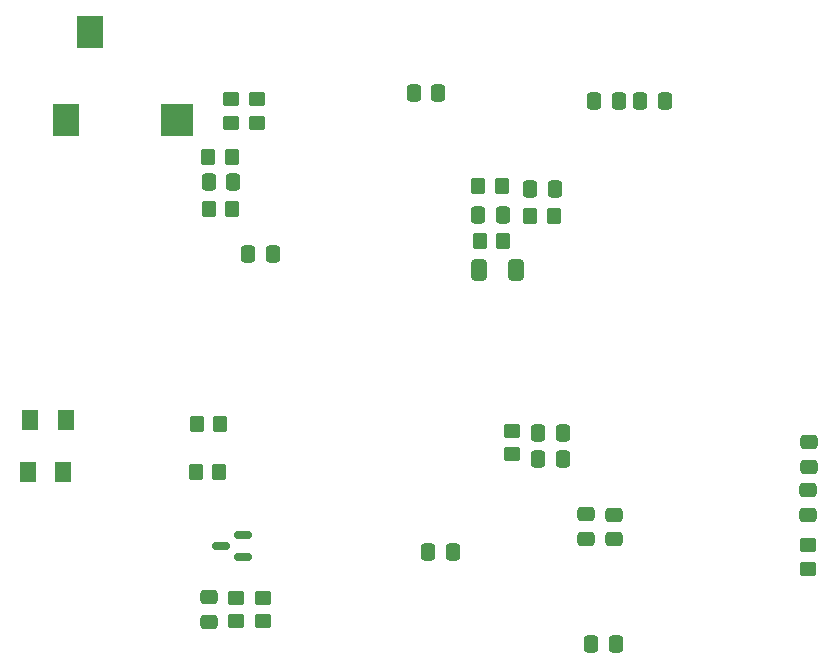
<source format=gbr>
%TF.GenerationSoftware,KiCad,Pcbnew,7.0.11-7.0.11~ubuntu22.04.1*%
%TF.CreationDate,2024-09-03T10:01:49-07:00*%
%TF.ProjectId,audio_pwr_amp_r3,61756469-6f5f-4707-9772-5f616d705f72,rev?*%
%TF.SameCoordinates,Original*%
%TF.FileFunction,Paste,Top*%
%TF.FilePolarity,Positive*%
%FSLAX46Y46*%
G04 Gerber Fmt 4.6, Leading zero omitted, Abs format (unit mm)*
G04 Created by KiCad (PCBNEW 7.0.11-7.0.11~ubuntu22.04.1) date 2024-09-03 10:01:49*
%MOMM*%
%LPD*%
G01*
G04 APERTURE LIST*
G04 Aperture macros list*
%AMRoundRect*
0 Rectangle with rounded corners*
0 $1 Rounding radius*
0 $2 $3 $4 $5 $6 $7 $8 $9 X,Y pos of 4 corners*
0 Add a 4 corners polygon primitive as box body*
4,1,4,$2,$3,$4,$5,$6,$7,$8,$9,$2,$3,0*
0 Add four circle primitives for the rounded corners*
1,1,$1+$1,$2,$3*
1,1,$1+$1,$4,$5*
1,1,$1+$1,$6,$7*
1,1,$1+$1,$8,$9*
0 Add four rect primitives between the rounded corners*
20,1,$1+$1,$2,$3,$4,$5,0*
20,1,$1+$1,$4,$5,$6,$7,0*
20,1,$1+$1,$6,$7,$8,$9,0*
20,1,$1+$1,$8,$9,$2,$3,0*%
G04 Aperture macros list end*
%ADD10RoundRect,0.250000X0.475000X-0.337500X0.475000X0.337500X-0.475000X0.337500X-0.475000X-0.337500X0*%
%ADD11RoundRect,0.250001X0.462499X0.624999X-0.462499X0.624999X-0.462499X-0.624999X0.462499X-0.624999X0*%
%ADD12RoundRect,0.250000X-0.450000X0.350000X-0.450000X-0.350000X0.450000X-0.350000X0.450000X0.350000X0*%
%ADD13RoundRect,0.150000X0.587500X0.150000X-0.587500X0.150000X-0.587500X-0.150000X0.587500X-0.150000X0*%
%ADD14R,2.200000X2.800000*%
%ADD15R,2.800000X2.800000*%
%ADD16RoundRect,0.250000X-0.337500X-0.475000X0.337500X-0.475000X0.337500X0.475000X-0.337500X0.475000X0*%
%ADD17RoundRect,0.250000X0.337500X0.475000X-0.337500X0.475000X-0.337500X-0.475000X0.337500X-0.475000X0*%
%ADD18RoundRect,0.250000X-0.350000X-0.450000X0.350000X-0.450000X0.350000X0.450000X-0.350000X0.450000X0*%
%ADD19RoundRect,0.250000X0.412500X0.650000X-0.412500X0.650000X-0.412500X-0.650000X0.412500X-0.650000X0*%
%ADD20RoundRect,0.250000X0.350000X0.450000X-0.350000X0.450000X-0.350000X-0.450000X0.350000X-0.450000X0*%
%ADD21RoundRect,0.250000X0.450000X-0.350000X0.450000X0.350000X-0.450000X0.350000X-0.450000X-0.350000X0*%
%ADD22RoundRect,0.250000X-0.475000X0.337500X-0.475000X-0.337500X0.475000X-0.337500X0.475000X0.337500X0*%
%ADD23RoundRect,0.250001X-0.462499X-0.624999X0.462499X-0.624999X0.462499X0.624999X-0.462499X0.624999X0*%
G04 APERTURE END LIST*
D10*
%TO.C,C16*%
X113642124Y-124682700D03*
X113642124Y-122607700D03*
%TD*%
D11*
%TO.C,D1*%
X50535800Y-125142800D03*
X47560800Y-125142800D03*
%TD*%
D12*
%TO.C,R10*%
X65170600Y-135768200D03*
X65170600Y-137768200D03*
%TD*%
D13*
%TO.C,Q1*%
X65775600Y-132308000D03*
X65775600Y-130408000D03*
X63900600Y-131358000D03*
%TD*%
D12*
%TO.C,R5*%
X66913600Y-93523200D03*
X66913600Y-95523200D03*
%TD*%
D14*
%TO.C,J1*%
X52756000Y-87892400D03*
X50756000Y-95292400D03*
D15*
X60156000Y-95292400D03*
%TD*%
D16*
%TO.C,C9*%
X90048700Y-101124300D03*
X92123700Y-101124300D03*
%TD*%
D17*
%TO.C,C3*%
X68251100Y-106623200D03*
X66176100Y-106623200D03*
%TD*%
%TO.C,C4*%
X64893100Y-100558600D03*
X62818100Y-100558600D03*
%TD*%
D18*
%TO.C,R11*%
X61813600Y-121023200D03*
X63813600Y-121023200D03*
%TD*%
D19*
%TO.C,C8*%
X88850700Y-108050700D03*
X85725700Y-108050700D03*
%TD*%
D16*
%TO.C,C22*%
X95476100Y-93723200D03*
X97551100Y-93723200D03*
%TD*%
D20*
%TO.C,R8*%
X87788200Y-105550700D03*
X85788200Y-105550700D03*
%TD*%
D21*
%TO.C,R12*%
X113591324Y-133306600D03*
X113591324Y-131306600D03*
%TD*%
D17*
%TO.C,C20*%
X92788200Y-124028100D03*
X90713200Y-124028100D03*
%TD*%
D18*
%TO.C,R9*%
X61713600Y-125123200D03*
X63713600Y-125123200D03*
%TD*%
%TO.C,R2*%
X62813600Y-102823200D03*
X64813600Y-102823200D03*
%TD*%
D20*
%TO.C,R1*%
X64804800Y-98425000D03*
X62804800Y-98425000D03*
%TD*%
D21*
%TO.C,R3*%
X64713600Y-95523200D03*
X64713600Y-93523200D03*
%TD*%
D16*
%TO.C,C11*%
X81404024Y-131918600D03*
X83479024Y-131918600D03*
%TD*%
D21*
%TO.C,R13*%
X88513600Y-123623200D03*
X88513600Y-121623200D03*
%TD*%
D16*
%TO.C,C6*%
X80176100Y-93023200D03*
X82251100Y-93023200D03*
%TD*%
D17*
%TO.C,C7*%
X87733100Y-103323200D03*
X85658100Y-103323200D03*
%TD*%
D12*
%TO.C,R14*%
X67431200Y-135742800D03*
X67431200Y-137742800D03*
%TD*%
D10*
%TO.C,C10*%
X62848950Y-137799250D03*
X62848950Y-135724250D03*
%TD*%
D18*
%TO.C,R7*%
X90060800Y-103435700D03*
X92060800Y-103435700D03*
%TD*%
D10*
%TO.C,C14*%
X94769924Y-130756100D03*
X94769924Y-128681100D03*
%TD*%
D16*
%TO.C,C19*%
X90738600Y-121843700D03*
X92813600Y-121843700D03*
%TD*%
D17*
%TO.C,C13*%
X97279024Y-139718600D03*
X95204024Y-139718600D03*
%TD*%
D22*
%TO.C,C21*%
X97182924Y-128716600D03*
X97182924Y-130791600D03*
%TD*%
D10*
%TO.C,C18*%
X113591324Y-128746700D03*
X113591324Y-126671700D03*
%TD*%
D18*
%TO.C,R6*%
X85644800Y-100884800D03*
X87644800Y-100884800D03*
%TD*%
D17*
%TO.C,C2*%
X101451100Y-93723200D03*
X99376100Y-93723200D03*
%TD*%
D23*
%TO.C,D2*%
X47738600Y-120723200D03*
X50713600Y-120723200D03*
%TD*%
M02*

</source>
